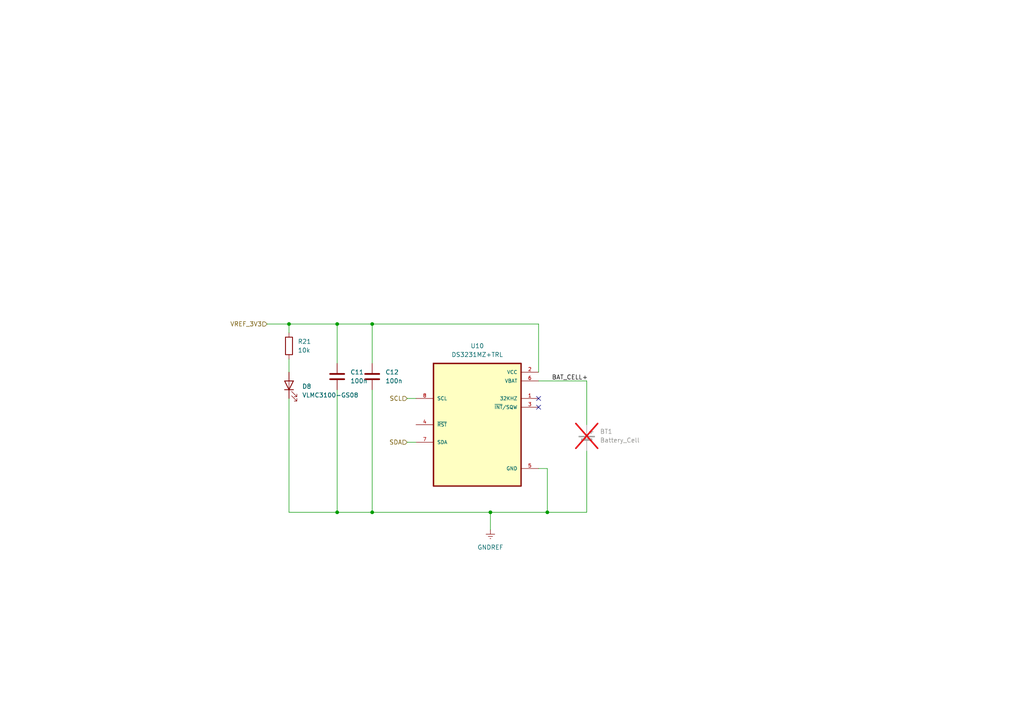
<source format=kicad_sch>
(kicad_sch (version 20231120) (generator "eeschema") (generator_version "8.0")
  (paper "A4")
  (lib_symbols
    (symbol "DS3231MZ_TRL:DS3231MZ_TRL" (pin_names (offset 1.016))
      (property "Reference" "U" (at -12.7 18.78 0))
      (property "Value" "DS3231MZ_TRL" (at -12.7 -21.78 0))
      (symbol "DS3231MZ_TRL_0_0"
        (rectangle (start -12.7 -17.78) (end 12.7 17.78) (stroke (width 0.41)) (fill (type background)))
        (pin output line (at 17.78 7.62 180) (length 5.08) (name "32KHZ") (number "1"))
        (pin power_in line (at 17.78 15.24 180) (length 5.08) (name "VCC") (number "2"))
        (pin output line (at 17.78 5.08 180) (length 5.08) (name "~{INT}/SQW") (number "3"))
        (pin bidirectional line (at -17.78 0 0) (length 5.08) (name "~{RST}") (number "4"))
        (pin power_in line (at 17.78 -12.7 180) (length 5.08) (name "GND") (number "5"))
        (pin power_in line (at 17.78 12.7 180) (length 5.08) (name "VBAT") (number "6"))
        (pin bidirectional line (at -17.78 -5.08 0) (length 5.08) (name "SDA") (number "7"))
        (pin input line (at -17.78 7.62 0) (length 5.08) (name "SCL") (number "8"))
      )
    )
    (symbol "Device:Battery_Cell" (pin_numbers hide) (pin_names (offset 0) hide)
      (property "Reference" "BT" (at 2.54 2.54 0))
      (property "Value" "Battery_Cell" (at 2.54 0 0))
      (symbol "Battery_Cell_0_1"
        (rectangle (start -2.286 1.778) (end 2.286 1.524) (fill (type outline)))
        (rectangle (start -1.524 1.016) (end 1.524 0.508) (fill (type outline)))
        (polyline (pts (xy 0 0.762) (xy 0 0)))
        (polyline (pts (xy 0 1.778) (xy 0 2.54)))
        (polyline (pts (xy 0.762 3.048) (xy 1.778 3.048)) (stroke (width 0.254)))
        (polyline (pts (xy 1.27 3.556) (xy 1.27 2.54)) (stroke (width 0.254)))
      )
      (symbol "Battery_Cell_1_1"
        (pin passive line (at 0 5.08 270) (length 2.54) (name "+") (number "1"))
        (pin passive line (at 0 -2.54 90) (length 2.54) (name "-") (number "2"))
      )
    )
    (symbol "Device:C" (pin_numbers hide) (pin_names (offset 0.254))
      (property "Reference" "C" (at 0.635 2.54 0))
      (property "Value" "C" (at 0.635 -2.54 0))
      (symbol "C_0_1"
        (polyline (pts (xy -2.032 -0.762) (xy 2.032 -0.762)) (stroke (width 0.508)))
        (polyline (pts (xy -2.032 0.762) (xy 2.032 0.762)) (stroke (width 0.508)))
      )
      (symbol "C_1_1"
        (pin passive line (at 0 3.81 270) (length 2.794) (name "~") (number "1"))
        (pin passive line (at 0 -3.81 90) (length 2.794) (name "~") (number "2"))
      )
    )
    (symbol "Device:LED" (pin_numbers hide) (pin_names (offset 1.016) hide)
      (property "Reference" "D" (at 0 2.54 0))
      (property "Value" "LED" (at 0 -2.54 0))
      (symbol "LED_0_1"
        (polyline (pts (xy -1.27 -1.27) (xy -1.27 1.27)) (stroke (width 0.254)))
        (polyline (pts (xy -1.27 0) (xy 1.27 0)))
        (polyline (pts (xy 1.27 -1.27) (xy 1.27 1.27) (xy -1.27 0) (xy 1.27 -1.27)) (stroke (width 0.254)))
        (polyline (pts (xy -3.048 -0.762) (xy -4.572 -2.286) (xy -3.81 -2.286) (xy -4.572 -2.286) (xy -4.572 -1.524)))
        (polyline (pts (xy -1.778 -0.762) (xy -3.302 -2.286) (xy -2.54 -2.286) (xy -3.302 -2.286) (xy -3.302 -1.524)))
      )
      (symbol "LED_1_1"
        (pin passive line (at -3.81 0 0) (length 2.54) (name "K") (number "1"))
        (pin passive line (at 3.81 0 180) (length 2.54) (name "A") (number "2"))
      )
    )
    (symbol "Device:R" (pin_numbers hide) (pin_names (offset 0))
      (property "Reference" "R" (at 2.032 0 90))
      (property "Value" "R" (at 0 0 90))
      (symbol "R_0_1"
        (rectangle (start -1.016 -2.54) (end 1.016 2.54) (stroke (width 0.254)))
      )
      (symbol "R_1_1"
        (pin passive line (at 0 3.81 270) (length 1.27) (name "~") (number "1"))
        (pin passive line (at 0 -3.81 90) (length 1.27) (name "~") (number "2"))
      )
    )
    (symbol "power:GNDREF" (power) (pin_names (offset 0))
      (property "Value" "GNDREF" (at 0 -3.81 0))
      (symbol "GNDREF_0_1"
        (polyline (pts (xy -0.635 -1.905) (xy 0.635 -1.905)))
        (polyline (pts (xy -0.127 -2.54) (xy 0.127 -2.54)))
        (polyline (pts (xy 0 -1.27) (xy 0 0)))
        (polyline (pts (xy 1.27 -1.27) (xy -1.27 -1.27)))
      )
      (symbol "GNDREF_1_1"
        (pin power_in line (at 0 0 270) (length 0) hide (name "GNDREF") (number "1"))
      )
    )
  )
  (junction (at 107.95 93.98))
  (junction (at 107.95 148.59))
  (junction (at 97.79 148.59))
  (junction (at 97.79 93.98))
  (junction (at 142.24 148.59))
  (junction (at 158.75 148.59))
  (junction (at 83.82 93.98))
  (no_connect (at 156.21 118.11))
  (no_connect (at 156.21 115.57))
  (wire (pts (xy 97.79 148.59) (xy 107.95 148.59)))
  (wire (pts (xy 107.95 93.98) (xy 107.95 105.41)))
  (wire (pts (xy 120.65 128.27) (xy 118.11 128.27)))
  (wire (pts (xy 83.82 93.98) (xy 97.79 93.98)))
  (wire (pts (xy 83.82 148.59) (xy 97.79 148.59)))
  (wire (pts (xy 77.47 93.98) (xy 83.82 93.98)))
  (wire (pts (xy 170.18 123.19) (xy 170.18 110.49)))
  (wire (pts (xy 83.82 115.57) (xy 83.82 148.59)))
  (wire (pts (xy 142.24 153.67) (xy 142.24 148.59)))
  (wire (pts (xy 107.95 93.98) (xy 156.21 93.98)))
  (wire (pts (xy 142.24 148.59) (xy 158.75 148.59)))
  (wire (pts (xy 158.75 135.89) (xy 158.75 148.59)))
  (wire (pts (xy 83.82 93.98) (xy 83.82 96.52)))
  (wire (pts (xy 107.95 148.59) (xy 142.24 148.59)))
  (wire (pts (xy 158.75 148.59) (xy 170.18 148.59)))
  (wire (pts (xy 83.82 104.14) (xy 83.82 107.95)))
  (wire (pts (xy 97.79 113.03) (xy 97.79 148.59)))
  (wire (pts (xy 170.18 110.49) (xy 156.21 110.49)))
  (wire (pts (xy 156.21 93.98) (xy 156.21 107.95)))
  (wire (pts (xy 170.18 130.81) (xy 170.18 148.59)))
  (wire (pts (xy 97.79 105.41) (xy 97.79 93.98)))
  (wire (pts (xy 107.95 113.03) (xy 107.95 148.59)))
  (wire (pts (xy 97.79 93.98) (xy 107.95 93.98)))
  (wire (pts (xy 120.65 115.57) (xy 118.11 115.57)))
  (wire (pts (xy 156.21 135.89) (xy 158.75 135.89)))
  (label "BAT_CELL+" (at 160.02 110.49 0))
  (hierarchical_label "SDA" (shape input) (at 118.11 128.27 180))
  (hierarchical_label "SCL" (shape input) (at 118.11 115.57 180))
  (hierarchical_label "VREF_3V3" (shape input) (at 77.47 93.98 180))
  (symbol (lib_id "Device:R") (at 83.82 100.33 0) (unit 1)
    (property "Reference" "R21" (at 86.36 99.0599 0) (effects (justify left)))
    (property "Value" "10k" (at 86.36 101.5999 0) (effects (justify left)))
    (property "Footprint" "Resistor_SMD:R_0603_1608Metric" (effects (hide yes)))
    (property "PN" "FRC0603J103TS" (effects (hide yes)))
  )
  (symbol (lib_id "Device:LED") (at 83.82 111.76 90) (unit 1)
    (property "Reference" "D8" (at 87.63 112.0774 90) (effects (justify right)))
    (property "Value" "VLMC3100-GS08" (at 87.63 114.6174 90) (effects (justify right)))
    (property "Footprint" "LED_SMD:LED_PLCC-2_3.4x3.0mm_KA" (effects (hide yes)))
    (property "PN" "VLMC3100-GS08" (effects (hide yes)))
  )
  (symbol (lib_id "DS3231MZ_TRL:DS3231MZ_TRL") (at 138.43 123.19 0) (unit 1)
    (property "Reference" "U10" (at 138.43 100.33 0))
    (property "Value" "DS3231MZ+TRL" (at 138.43 102.87 0))
    (property "Footprint" "Footprints:DS3231MZ_TRL" (effects (hide yes)))
    (property "MF" "Analog Devices" (effects (hide yes)))
    (property "Description_1" "\n±5ppm, I2C Real-Time Clock\n" (effects (hide yes)))
    (property "Package" "SOIC-8 Maxim" (effects (hide yes)))
    (property "Price" "None" (effects (hide yes)))
    (property "SnapEDA_Link" "https://www.snapeda.com/parts/DS3231MZ+TRL/Analog+Devices/view-part/?ref=snap" (effects (hide yes)))
    (property "MP" "DS3231MZ+TRL" (effects (hide yes)))
    (property "Purchase-URL" "https://www.snapeda.com/api/url_track_click_mouser/?unipart_id=1097988&manufacturer=Analog Devices&part_name=DS3231MZ+TRL&search_term=None" (effects (hide yes)))
    (property "Availability" "In Stock" (effects (hide yes)))
    (property "Check_prices" "https://www.snapeda.com/parts/DS3231MZ+TRL/Analog+Devices/view-part/?ref=eda" (effects (hide yes)))
    (property "PN" "DS3231MZ+TRL" (effects (hide yes)))
  )
  (symbol (lib_id "Device:Battery_Cell") (at 170.18 128.27 0) (unit 1) (dnp yes)
    (property "Reference" "BT1" (at 173.99 125.1584 0) (effects (justify left)))
    (property "Value" "Battery_Cell" (at 173.99 127.6984 0) (effects (justify left)))
    (property "Footprint" "Footprints:Panasonic BR1632" (effects (hide yes)))
    (property "Description" "Single-cell battery" (effects (hide yes)))
  )
  (symbol (lib_id "Device:C") (at 97.79 109.22 0) (unit 1)
    (property "Reference" "C11" (at 101.6 107.9499 0) (effects (justify left)))
    (property "Value" "100n" (at 101.6 110.4899 0) (effects (justify left)))
    (property "Footprint" "Capacitor_SMD:C_0603_1608Metric" (effects (hide yes)))
    (property "PN" "CC0603KRX7R9BB104" (effects (hide yes)))
  )
  (symbol (lib_id "Device:C") (at 107.95 109.22 0) (unit 1)
    (property "Reference" "C12" (at 111.76 107.9499 0) (effects (justify left)))
    (property "Value" "100n" (at 111.76 110.4899 0) (effects (justify left)))
    (property "Footprint" "Capacitor_SMD:C_0603_1608Metric" (effects (hide yes)))
    (property "PN" "CC0603KRX7R9BB104" (effects (hide yes)))
  )
  (symbol (lib_id "power:GNDREF") (at 142.24 153.67 0) (unit 1)
    (property "Reference" "#PWR030" (effects (hide yes)))
    (property "Value" "GNDREF" (at 142.24 158.75 0))
  )
)
</source>
